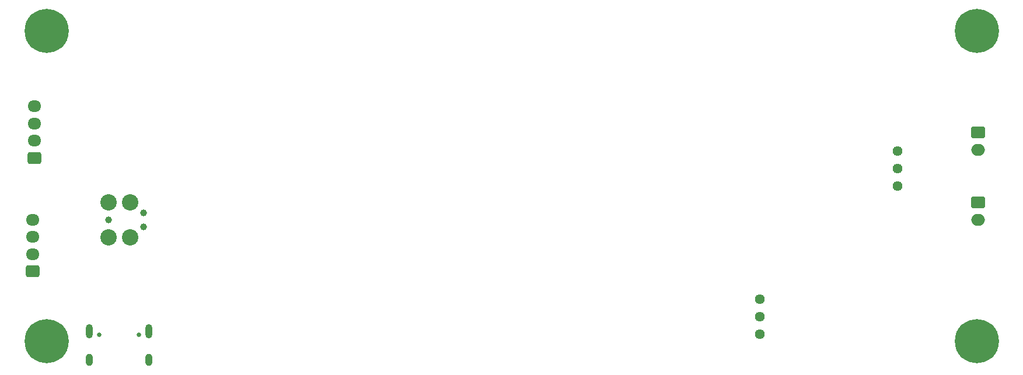
<source format=gbr>
%TF.GenerationSoftware,KiCad,Pcbnew,7.0.9*%
%TF.CreationDate,2024-04-08T22:34:53+02:00*%
%TF.ProjectId,ElectronicBLETarget,456c6563-7472-46f6-9e69-63424c455461,rev?*%
%TF.SameCoordinates,PX29f6300PY5a995c0*%
%TF.FileFunction,Soldermask,Bot*%
%TF.FilePolarity,Negative*%
%FSLAX46Y46*%
G04 Gerber Fmt 4.6, Leading zero omitted, Abs format (unit mm)*
G04 Created by KiCad (PCBNEW 7.0.9) date 2024-04-08 22:34:53*
%MOMM*%
%LPD*%
G01*
G04 APERTURE LIST*
G04 Aperture macros list*
%AMRoundRect*
0 Rectangle with rounded corners*
0 $1 Rounding radius*
0 $2 $3 $4 $5 $6 $7 $8 $9 X,Y pos of 4 corners*
0 Add a 4 corners polygon primitive as box body*
4,1,4,$2,$3,$4,$5,$6,$7,$8,$9,$2,$3,0*
0 Add four circle primitives for the rounded corners*
1,1,$1+$1,$2,$3*
1,1,$1+$1,$4,$5*
1,1,$1+$1,$6,$7*
1,1,$1+$1,$8,$9*
0 Add four rect primitives between the rounded corners*
20,1,$1+$1,$2,$3,$4,$5,0*
20,1,$1+$1,$4,$5,$6,$7,0*
20,1,$1+$1,$6,$7,$8,$9,0*
20,1,$1+$1,$8,$9,$2,$3,0*%
G04 Aperture macros list end*
%ADD10C,6.400000*%
%ADD11C,0.650000*%
%ADD12O,1.000000X2.100000*%
%ADD13O,1.000000X1.800000*%
%ADD14C,2.374900*%
%ADD15C,0.990600*%
%ADD16RoundRect,0.250000X0.725000X-0.600000X0.725000X0.600000X-0.725000X0.600000X-0.725000X-0.600000X0*%
%ADD17O,1.950000X1.700000*%
%ADD18RoundRect,0.250000X-0.750000X0.600000X-0.750000X-0.600000X0.750000X-0.600000X0.750000X0.600000X0*%
%ADD19O,2.000000X1.700000*%
%ADD20C,1.440000*%
G04 APERTURE END LIST*
D10*
%TO.C,H2*%
X5000000Y5000000D03*
%TD*%
%TO.C,H4*%
X140000000Y5000000D03*
%TD*%
D11*
%TO.C,J6*%
X12630000Y5925000D03*
X18410000Y5925000D03*
D12*
X11200000Y6425000D03*
D13*
X11200000Y2245000D03*
D12*
X19840000Y6425000D03*
D13*
X19840000Y2245000D03*
%TD*%
D14*
%TO.C,J3*%
X13980000Y25080000D03*
D15*
X13980000Y22540000D03*
D14*
X13980000Y20000000D03*
X17155000Y25080000D03*
X17155000Y20000000D03*
D15*
X19060000Y23556000D03*
X19060000Y21524000D03*
%TD*%
D16*
%TO.C,J2*%
X3250000Y31560000D03*
D17*
X3250000Y34060000D03*
X3250000Y36560000D03*
X3250000Y39060000D03*
%TD*%
D10*
%TO.C,H1*%
X5000000Y50000000D03*
%TD*%
D18*
%TO.C,J7*%
X140150000Y25110000D03*
D19*
X140150000Y22610000D03*
%TD*%
D18*
%TO.C,J5*%
X140150000Y35270000D03*
D19*
X140150000Y32770000D03*
%TD*%
D20*
%TO.C,RV2*%
X128500000Y27500000D03*
X128500000Y30040000D03*
X128500000Y32580000D03*
%TD*%
%TO.C,RV1*%
X108500000Y6000000D03*
X108500000Y8540000D03*
X108500000Y11080000D03*
%TD*%
D10*
%TO.C,H3*%
X140000000Y50000000D03*
%TD*%
D16*
%TO.C,J1*%
X2990000Y15110000D03*
D17*
X2990000Y17610000D03*
X2990000Y20110000D03*
X2990000Y22610000D03*
%TD*%
M02*

</source>
